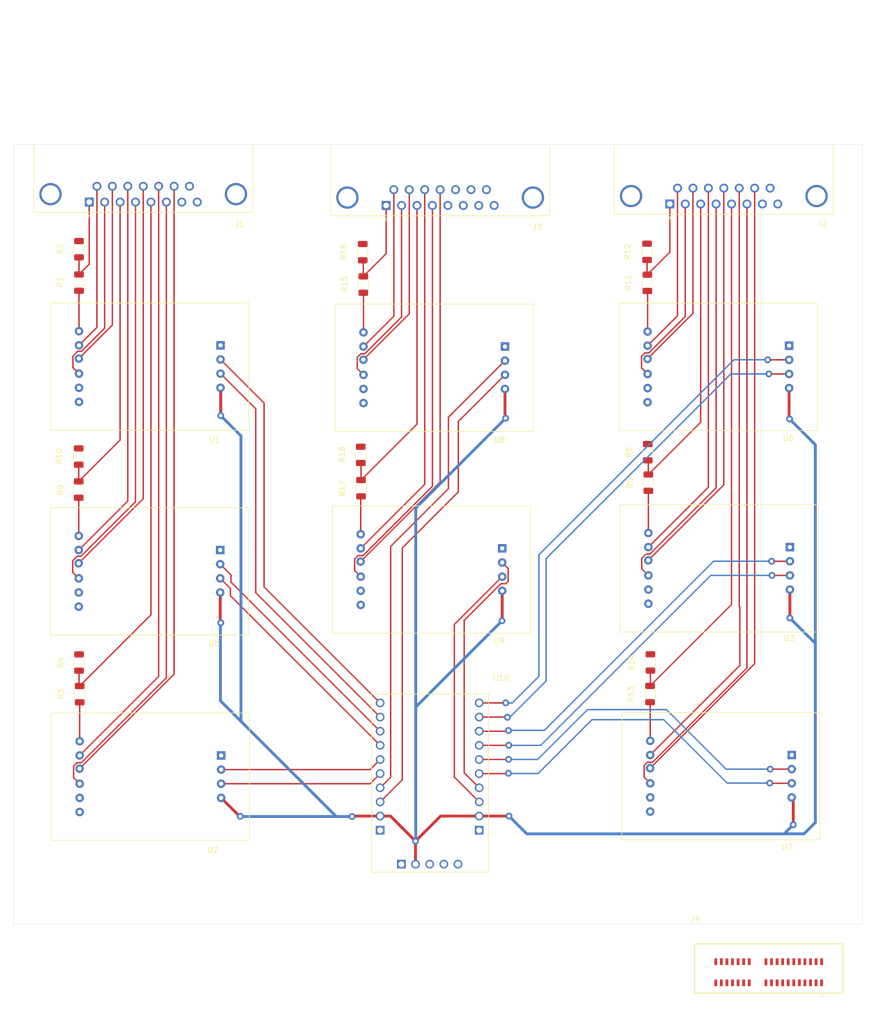
<source format=kicad_pcb>
(kicad_pcb (version 20211014) (generator pcbnew)
  (layers (0 "F.Cu" signal) (31 "B.Cu" signal) (34 "B.Paste" user) (35 "F.Paste" user) (36 "B.SilkS" user "B.Silkscreen") (37 "F.SilkS" user "F.Silkscreen") (38 "B.Mask" user) (39 "F.Mask" user) (44 "Edge.Cuts" user))
  (net 0 "")
  (net 1 "/PT1_E+")
  (net 2 "Net-(R1-Pad2)")
  (net 3 "GND")
  (net 4 "/PT3_E+")
  (net 5 "Net-(R3-Pad2)")
  (net 6 "/PT5_E+")
  (net 7 "Net-(R5-Pad2)")
  (net 8 "/PT2_E+")
  (net 9 "Net-(R9-Pad2)")
  (net 10 "/PT4_E+")
  (net 11 "Net-(R11-Pad2)")
  (net 12 "/PT6_E+")
  (net 13 "Net-(R13-Pad2)")
  (net 14 "/LC1_E+")
  (net 15 "Net-(R15-Pad2)")
  (net 16 "/LC2_E+")
  (net 17 "Net-(R17-Pad2)")
  (net 18 "/PT1_E-")
  (net 19 "/PT1_A-")
  (net 20 "/PT1_A+")
  (net 23 "/PT1_DT")
  (net 24 "/PT1_SCK")
  (net 25 "+3V3")
  (net 26 "/PT3_E-")
  (net 27 "/PT3_A-")
  (net 28 "/PT3_A+")
  (net 31 "/PT3_DT")
  (net 32 "/PT3_SCK")
  (net 33 "/PT5_E-")
  (net 34 "/PT5_A-")
  (net 35 "/PT5_A+")
  (net 38 "/PT5_DT")
  (net 39 "/PT5_SCK")
  (net 40 "/PT2_E-")
  (net 41 "/PT2_A-")
  (net 42 "/PT2_A+")
  (net 45 "/PT2_DT")
  (net 46 "/PT2_SCK")
  (net 47 "/PT4_E-")
  (net 48 "/PT4_A-")
  (net 49 "/PT4_A+")
  (net 52 "/PT4_DT")
  (net 53 "/PT4_SCK")
  (net 54 "/PT6_E-")
  (net 55 "/PT6_A-")
  (net 56 "/PT6_A+")
  (net 59 "/PT6_DT")
  (net 60 "/PT6_SCK")
  (net 61 "/LC1_E-")
  (net 62 "/LC1_A-")
  (net 63 "/LC1_A+")
  (net 66 "/LC1_DT")
  (net 67 "/LC1_SCK")
  (net 68 "/LC2_E-")
  (net 69 "/LC2_A-")
  (net 70 "/LC2_A+")
  (net 73 "/LC2_DT")
  (net 74 "/LC2_SCK")
  (net 84 "/IO_EXP_SDA")
  (net 87 "/IO_EXP_SCL")
  (footprint "Ellie_Project_Footprints:HX711_Breakout_Board" (layer "F.Cu") (at 75.53 41.37)
    (fp_text reference "U8")
    (fp_text value "HX711_Breakout")
  )
  (footprint "Resistor_SMD:R_1206_3216Metric" (layer "F.Cu") (at 62.8 25.1675 -90)
    (fp_text reference "R15")
    (fp_text value "820")
  )
  (footprint "Resistor_SMD:R_1206_3216Metric" (layer "F.Cu") (at 113.96 60.74 -90)
    (fp_text reference "R5")
    (fp_text value "820")
  )
  (footprint "Resistor_SMD:R_1206_3216Metric" (layer "F.Cu") (at 11.77 93.0475 -90)
    (fp_text reference "R4")
    (fp_text value "470")
  )
  (footprint "Resistor_SMD:R_1206_3216Metric" (layer "F.Cu") (at 62.69 19.3475 -90)
    (fp_text reference "R16")
    (fp_text value "470")
  )
  (footprint "PCF8575_Breakout:PCF8575_Breakout" (layer "F.Cu") (at 64.2925 130.6975)
    (fp_text reference "U10")
    (fp_text value "PCF8575_Breakout")
  )
  (footprint "Resistor_SMD:R_1206_3216Metric" (layer "F.Cu") (at 113.87 55.27 -90)
    (fp_text reference "R6")
    (fp_text value "470")
  )
  (footprint "Connector_Dsub:DSUB-15_Female_Horizontal_P2.77x2.84mm_EdgePinOffset7.70mm_Housed_MountingHolesOffset9.12mm" (layer "F.Cu") (at 66.895 10.960331 180)
    (fp_text reference "J3")
    (fp_text value "DSUB3")
  )
  (footprint "Resistor_SMD:R_1206_3216Metric" (layer "F.Cu") (at 62.34 55.7475 -90)
    (fp_text reference "R18")
    (fp_text value "470")
  )
  (footprint "Ellie_Project_Footprints:HX711_Breakout_Board" (layer "F.Cu") (at 24.58 114.81)
    (fp_text reference "U2")
    (fp_text value "HX711_Breakout")
  )
  (footprint "Ellie_Project_Footprints:HX711_Breakout_Board" (layer "F.Cu") (at 24.415 77.925)
    (fp_text reference "U5")
    (fp_text value "HX711_Breakout")
  )
  (footprint "Ellie_Project_Footprints:HX711_Breakout_Board" (layer "F.Cu") (at 24.46 41.16)
    (fp_text reference "U1")
    (fp_text value "HX711_Breakout")
  )
  (footprint "Ellie_Project_Footprints:HX711_Breakout_Board" (layer "F.Cu") (at 126.53 41.22)
    (fp_text reference "U6")
    (fp_text value "HX711_Breakout")
  )
  (footprint "Ellie_Project_Footprints:HX711_Breakout_Board" (layer "F.Cu") (at 127 114.73)
    (fp_text reference "U7")
    (fp_text value "HX711_Breakout")
  )
  (footprint "Resistor_SMD:R_1206_3216Metric" (layer "F.Cu") (at 114.3375 93.03 -90)
    (fp_text reference "R14")
    (fp_text value "470")
  )
  (footprint "Resistor_SMD:R_1206_3216Metric" (layer "F.Cu") (at 11.715 56.0525 -90)
    (fp_text reference "R10")
    (fp_text value "470")
  )
  (footprint "Resistor_SMD:R_1206_3216Metric" (layer "F.Cu") (at 11.88 98.7275 -90)
    (fp_text reference "R3")
    (fp_text value "820")
  )
  (footprint "Resistor_SMD:R_1206_3216Metric" (layer "F.Cu") (at 113.7375 19.28 -90)
    (fp_text reference "R12")
    (fp_text value "470")
  )
  (footprint "Ellie_Project_Footprints:HX711_Breakout_Board" (layer "F.Cu") (at 126.67 77.4)
    (fp_text reference "U3")
    (fp_text value "HX711_Breakout")
  )
  (footprint "Connector_Dsub:DSUB-15_Female_Horizontal_P2.77x2.84mm_EdgePinOffset7.70mm_Housed_MountingHolesOffset9.12mm" (layer "F.Cu") (at 13.595 10.350331 180)
    (fp_text reference "J1")
    (fp_text value "DSUB1")
  )
  (footprint "PCIE-LP-01-01-F-DV-A-TR:SAMTEC_PCIE-LP-01-01-F-DV-A-TR" (layer "F.Cu") (at 135.57 148.67)
    (fp_text reference "J4")
    (fp_text value "PCIE Socket")
  )
  (footprint "Resistor_SMD:R_1206_3216Metric" (layer "F.Cu") (at 113.79 24.85 -90)
    (fp_text reference "R11")
    (fp_text value "820")
  )
  (footprint "Resistor_SMD:R_1206_3216Metric" (layer "F.Cu") (at 11.76 24.8175 -90)
    (fp_text reference "R1")
    (fp_text value "820")
  )
  (footprint "Resistor_SMD:R_1206_3216Metric" (layer "F.Cu") (at 62.39 61.7375 -90)
    (fp_text reference "R17")
    (fp_text value "820")
  )
  (footprint "Resistor_SMD:R_1206_3216Metric" (layer "F.Cu") (at 11.715 61.9825 -90)
    (fp_text reference "R9")
    (fp_text value "820")
  )
  (footprint "Connector_Dsub:DSUB-15_Female_Horizontal_P2.77x2.84mm_EdgePinOffset7.70mm_Housed_MountingHolesOffset9.12mm" (layer "F.Cu") (at 117.815 10.690331 180)
    (fp_text reference "J2")
    (fp_text value "DSUB2")
  )
  (footprint "Ellie_Project_Footprints:HX711_Breakout_Board" (layer "F.Cu") (at 75.03 77.62)
    (fp_text reference "U9")
    (fp_text value "HX711_Breakout")
  )
  (footprint "Resistor_SMD:R_1206_3216Metric" (layer "F.Cu") (at 11.76 18.8175 -90)
    (fp_text reference "R2")
    (fp_text value "470")
  )
  (footprint "Resistor_SMD:R_1206_3216Metric" (layer "F.Cu") (at 114.27 98.71 -90)
    (fp_text reference "R13")
    (fp_text value "820")
  )
  (gr_rect (start 0 0) (end 152.4 140) (layer "Edge.Cuts") (width 0.05) (fill none))
  (segment (start 11.76 23.355) (end 11.76 20.28) (width 0.254) (layer "F.Cu") (net 1))
  (segment (start 13.595 21.52) (end 13.595 10.350331) (width 0.254) (layer "F.Cu") (net 1))
  (segment (start 11.76 23.355) (end 13.595 21.52) (width 0.254) (layer "F.Cu") (net 1))
  (segment (start 11.75 26.29) (end 11.76 26.28) (width 0.254) (layer "F.Cu") (net 2))
  (segment (start 11.76 33.54) (end 11.76 26.28) (width 0.254) (layer "F.Cu") (net 2))
  (segment (start 11.77 94.51) (end 11.77 97.155) (width 0.254) (layer "F.Cu") (net 4))
  (segment (start 24.675 84.47) (end 11.88 97.265) (width 0.254) (layer "F.Cu") (net 4))
  (segment (start 11.88 97.265) (end 11.895 97.265) (width 0.254) (layer "F.Cu") (net 4))
  (segment (start 24.675 10.350331) (end 24.675 84.47) (width 0.254) (layer "F.Cu") (net 4))
  (segment (start 11.77 97.155) (end 11.88 97.265) (width 0.254) (layer "F.Cu") (net 4))
  (segment (start 11.88 107.19) (end 11.88 100.19) (width 0.254) (layer "F.Cu") (net 5))
  (segment (start 11.88 107.19) (end 11.92 107.19) (width 0.254) (layer "F.Cu") (net 5))
  (segment (start 123.355 10.690331) (end 123.355 49.8825) (width 0.254) (layer "F.Cu") (net 6))
  (segment (start 123.355 49.8825) (end 113.96 59.2775) (width 0.254) (layer "F.Cu") (net 6))
  (segment (start 113.96 56.8225) (end 113.87 56.7325) (width 0.254) (layer "F.Cu") (net 6))
  (segment (start 113.96 59.2775) (end 113.96 56.8225) (width 0.254) (layer "F.Cu") (net 6))
  (segment (start 113.97 62.2125) (end 113.96 62.2025) (width 0.254) (layer "F.Cu") (net 7))
  (segment (start 113.97 69.78) (end 113.97 62.2125) (width 0.254) (layer "F.Cu") (net 7))
  (segment (start 11.715 60.52) (end 11.715 57.515) (width 0.254) (layer "F.Cu") (net 8))
  (segment (start 19.135 53.1) (end 11.715 60.52) (width 0.254) (layer "F.Cu") (net 8))
  (segment (start 19.135 10.350331) (end 19.135 53.1) (width 0.254) (layer "F.Cu") (net 8))
  (segment (start 11.715 70.305) (end 11.715 63.445) (width 0.254) (layer "F.Cu") (net 9))
  (segment (start 117.815 19.3625) (end 113.79 23.3875) (width 0.254) (layer "F.Cu") (net 10))
  (segment (start 113.7375 23.335) (end 113.79 23.3875) (width 0.254) (layer "F.Cu") (net 10))
  (segment (start 113.7375 20.7425) (end 113.7375 23.335) (width 0.254) (layer "F.Cu") (net 10))
  (segment (start 117.815 10.690331) (end 117.815 19.3625) (width 0.254) (layer "F.Cu") (net 10))
  (segment (start 113.79 26.3125) (end 113.83 26.3525) (width 0.254) (layer "F.Cu") (net 11))
  (segment (start 113.83 26.3525) (end 113.83 33.6) (width 0.254) (layer "F.Cu") (net 11))
  (segment (start 128.895 10.690331) (end 128.895 82.6225) (width 0.254) (layer "F.Cu") (net 12))
  (segment (start 128.895 82.6225) (end 114.27 97.2475) (width 0.254) (layer "F.Cu") (net 12))
  (segment (start 114.3375 97.18) (end 114.27 97.2475) (width 0.254) (layer "F.Cu") (net 12))
  (segment (start 114.3375 94.4925) (end 114.3375 97.18) (width 0.254) (layer "F.Cu") (net 12))
  (segment (start 114.3 100.2025) (end 114.27 100.1725) (width 0.254) (layer "F.Cu") (net 13))
  (segment (start 114.3 107.11) (end 114.3 100.2025) (width 0.254) (layer "F.Cu") (net 13))
  (segment (start 62.8 23.705) (end 66.895 19.61) (width 0.254) (layer "F.Cu") (net 14))
  (segment (start 62.8 23.705) (end 62.8 20.92) (width 0.254) (layer "F.Cu") (net 14))
  (segment (start 62.8 20.92) (end 62.69 20.81) (width 0.254) (layer "F.Cu") (net 14))
  (segment (start 66.895 19.61) (end 66.895 10.960331) (width 0.254) (layer "F.Cu") (net 14))
  (segment (start 62.83 26.66) (end 62.8 26.63) (width 0.254) (layer "F.Cu") (net 15))
  (segment (start 62.83 33.75) (end 62.83 26.66) (width 0.254) (layer "F.Cu") (net 15))
  (segment (start 62.39 60.275) (end 62.39 57.26) (width 0.254) (layer "F.Cu") (net 16))
  (segment (start 62.39 57.26) (end 62.34 57.21) (width 0.254) (layer "F.Cu") (net 16))
  (segment (start 72.435 10.960331) (end 72.435 50.23) (width 0.254) (layer "F.Cu") (net 16))
  (segment (start 72.435 50.23) (end 62.39 60.275) (width 0.254) (layer "F.Cu") (net 16))
  (segment (start 62.39 63.2) (end 62.33 63.26) (width 0.254) (layer "F.Cu") (net 17))
  (segment (start 62.33 63.26) (end 62.33 70) (width 0.254) (layer "F.Cu") (net 17))
  (segment (start 11.76 36.08) (end 14.98 32.86) (width 0.254) (layer "F.Cu") (net 18))
  (segment (start 14.98 32.86) (end 14.98 7.510331) (width 0.254) (layer "F.Cu") (net 18))
  (segment (start 17.75 32.438041) (end 17.75 7.510331) (width 0.254) (layer "F.Cu") (net 19))
  (segment (start 11.738895 38.449146) (end 17.75 32.438041) (width 0.254) (layer "F.Cu") (net 19))
  (segment (start 10.672584 38.007464) (end 11.521016 37.159032) (width 0.254) (layer "F.Cu") (net 20))
  (segment (start 16.365 32.982993) (end 16.365 10.350331) (width 0.254) (layer "F.Cu") (net 20))
  (segment (start 10.672584 40.072584) (end 10.672584 38.007464) (width 0.254) (layer "F.Cu") (net 20))
  (segment (start 11.530048 37.15) (end 12.197993 37.15) (width 0.254) (layer "F.Cu") (net 20))
  (segment (start 11.76 41.16) (end 10.672584 40.072584) (width 0.254) (layer "F.Cu") (net 20))
  (segment (start 12.197993 37.15) (end 16.365 32.982993) (width 0.254) (layer "F.Cu") (net 20))
  (segment (start 45.55 80.0286) (end 45.5486 80.0286) (width 0.254) (layer "F.Cu") (net 23))
  (segment (start 45.55 80.0286) (end 65.8189 100.2975) (width 0.254) (layer "F.Cu") (net 23))
  (segment (start 44.985 79.465) (end 44.985 46.445) (width 0.254) (layer "F.Cu") (net 23))
  (segment (start 45.5486 80.0286) (end 44.985 79.465) (width 0.254) (layer "F.Cu") (net 23))
  (segment (start 37.16 38.62) (end 44.985 46.445) (width 0.254) (layer "F.Cu") (net 23))
  (segment (start 43.48868 47.48868) (end 43.48868 80.50728) (width 0.254) (layer "F.Cu") (net 24))
  (segment (start 37.16 41.16) (end 43.48868 47.48868) (width 0.254) (layer "F.Cu") (net 24))
  (segment (start 43.48868 80.50728) (end 65.8189 102.8375) (width 0.254) (layer "F.Cu") (net 24))
  (segment (start 37.2 48.7) (end 37.2 43.74) (width 0.508) (layer "F.Cu") (net 25))
  (segment (start 40.71 120.67) (end 40.6 120.67) (width 0.508) (layer "F.Cu") (net 25))
  (segment (start 139.37 85.03) (end 139.37 79.94) (width 0.508) (layer "F.Cu") (net 25))
  (segment (start 72.1689 129.2535) (end 72.1689 125.1211) (width 0.508) (layer "F.Cu") (net 25))
  (segment (start 83.59834 120.6175) (end 88.9475 120.6175) (width 0.508) (layer "F.Cu") (net 25))
  (segment (start 37.2 43.74) (end 37.16 43.7) (width 0.508) (layer "F.Cu") (net 25))
  (segment (start 67.6653 120.6175) (end 72.1689 125.1211) (width 0.508) (layer "F.Cu") (net 25))
  (segment (start 139.31 49.3) (end 139.23 49.22) (width 0.508) (layer "F.Cu") (net 25))
  (segment (start 37.21 85.9) (end 37.115 85.805) (width 0.508) (layer "F.Cu") (net 25))
  (segment (start 139.36 85.04) (end 139.37 85.03) (width 0.508) (layer "F.Cu") (net 25))
  (segment (start 60.7625 120.6925) (end 60.77 120.7) (width 0.508) (layer "F.Cu") (net 25))
  (segment (start 88.35 49.17) (end 88.23 49.05) (width 0.508) (layer "F.Cu") (net 25))
  (segment (start 139.23 49.22) (end 139.23 43.76) (width 0.508) (layer "F.Cu") (net 25))
  (segment (start 65.8189 120.6175) (end 60.7625 120.6175) (width 0.508) (layer "F.Cu") (net 25))
  (segment (start 72.1689 125.1211) (end 76.6725 120.6175) (width 0.508) (layer "F.Cu") (net 25))
  (segment (start 60.7625 120.6175) (end 60.7625 120.6925) (width 0.508) (layer "F.Cu") (net 25))
  (segment (start 76.6725 120.6175) (end 83.59834 120.6175) (width 0.508) (layer "F.Cu") (net 25))
  (segment (start 87.73 85.52) (end 87.73 80.16) (width 0.508) (layer "F.Cu") (net 25))
  (segment (start 40.6 120.67) (end 37.28 117.35) (width 0.508) (layer "F.Cu") (net 25))
  (segment (start 87.7 85.55) (end 87.73 85.52) (width 0.508) (layer "F.Cu") (net 25))
  (segment (start 139.97 122.18) (end 139.97 117.54) (width 0.508) (layer "F.Cu") (net 25))
  (segment (start 65.8189 120.6175) (end 67.6653 120.6175) (width 0.508) (layer "F.Cu") (net 25))
  (segment (start 37.115 85.805) (end 37.115 80.465) (width 0.508) (layer "F.Cu") (net 25))
  (segment (start 88.23 49.05) (end 88.23 43.91) (width 0.508) (layer "F.Cu") (net 25))
  (segment (start 139.97 117.54) (end 139.7 117.27) (width 0.508) (layer "F.Cu") (net 25))
  (via (at 37.2 48.7) (size 1.2192) (drill 0.6096) (layers "F.Cu" "B.Cu") (net 25))
  (via (at 139.97 122.18) (size 1.2192) (drill 0.6096) (layers "F.Cu" "B.Cu") (net 25))
  (via (at 139.31 49.3) (size 1.2192) (drill 0.6096) (layers "F.Cu" "B.Cu") (net 25))
  (via (at 139.36 85.04) (size 1.2192) (drill 0.6096) (layers "F.Cu" "B.Cu") (net 25))
  (via (at 37.21 85.9) (size 1.2192) (drill 0.6096) (layers "F.Cu" "B.Cu") (net 25))
  (via (at 88.9475 120.6175) (size 1.2192) (drill 0.6096) (layers "F.Cu" "B.Cu") (net 25))
  (via (at 87.7 85.55) (size 1.2192) (drill 0.6096) (layers "F.Cu" "B.Cu") (net 25))
  (via (at 40.71 120.67) (size 1.2192) (drill 0.6096) (layers "F.Cu" "B.Cu") (net 25))
  (via (at 88.35 49.17) (size 1.2192) (drill 0.6096) (layers "F.Cu" "B.Cu") (net 25))
  (via (at 60.77 120.7) (size 1.2192) (drill 0.6096) (layers "F.Cu" "B.Cu") (net 25))
  (via (at 72.1689 125.1211) (size 1.2192) (drill 0.6096) (layers "F.Cu" "B.Cu") (net 25))
  (segment (start 138.34 123.81) (end 138.35 123.8) (width 0.508) (layer "B.Cu") (net 25))
  (segment (start 43.06 120.7) (end 52.99 120.7) (width 0.508) (layer "B.Cu") (net 25))
  (segment (start 141.91 123.8) (end 143.94 121.77) (width 0.508) (layer "B.Cu") (net 25))
  (segment (start 40.63 120.7) (end 40.66 120.67) (width 0.508) (layer "B.Cu") (net 25))
  (segment (start 40.835 52.675) (end 40.835 52.335) (width 0.508) (layer "B.Cu") (net 25))
  (segment (start 40.66 120.67) (end 40.71 120.67) (width 0.508) (layer "B.Cu") (net 25))
  (segment (start 72.36 100.89) (end 87.7 85.55) (width 0.508) (layer "B.Cu") (net 25))
  (segment (start 40.835 103.605) (end 40.835 54.605) (width 0.508) (layer "B.Cu") (net 25))
  (segment (start 40.63 120.7) (end 43.06 120.7) (width 0.508) (layer "B.Cu") (net 25))
  (segment (start 52.99 120.7) (end 57.93 120.7) (width 0.508) (layer "B.Cu") (net 25))
  (segment (start 92.14 123.81) (end 137.61 123.81) (width 0.508) (layer "B.Cu") (net 25))
  (segment (start 72.21 125.08) (end 72.21 100.89) (width 0.508) (layer "B.Cu") (net 25))
  (segment (start 40.835 54.605) (end 40.835 53.315) (width 0.508) (layer "B.Cu") (net 25))
  (segment (start 143.94 121.77) (end 143.94 89.62) (width 0.508) (layer "B.Cu") (net 25))
  (segment (start 40.835 52.335) (end 37.2 48.7) (width 0.508) (layer "B.Cu") (net 25))
  (segment (start 40.835 53.315) (end 40.835 52.675) (width 0.508) (layer "B.Cu") (net 25))
  (segment (start 72.1689 125.1211) (end 72.21 125.08) (width 0.508) (layer "B.Cu") (net 25))
  (segment (start 72.21 100.89) (end 72.36 100.89) (width 0.508) (layer "B.Cu") (net 25))
  (segment (start 138.35 123.8) (end 141.91 123.8) (width 0.508) (layer "B.Cu") (net 25))
  (segment (start 137.61 123.81) (end 138.34 123.81) (width 0.508) (layer "B.Cu") (net 25))
  (segment (start 143.94 53.93) (end 139.31 49.3) (width 0.508) (layer "B.Cu") (net 25))
  (segment (start 37.15 99.92) (end 37.15 85.96) (width 0.508) (layer "B.Cu") (net 25))
  (segment (start 72.21 100.89) (end 72.21 88.29) (width 0.508) (layer "B.Cu") (net 25))
  (segment (start 138.34 123.81) (end 139.97 122.18) (width 0.508) (layer "B.Cu") (net 25))
  (segment (start 72.21 88.29) (end 72.21 65.31) (width 0.508) (layer "B.Cu") (net 25))
  (segment (start 88.9475 120.6175) (end 92.14 123.81) (width 0.508) (layer "B.Cu") (net 25))
  (segment (start 57.93 120.7) (end 60.77 120.7) (width 0.508) (layer "B.Cu") (net 25))
  (segment (start 37.15 85.96) (end 37.21 85.9) (width 0.508) (layer "B.Cu") (net 25))
  (segment (start 143.94 89.62) (end 139.36 85.04) (width 0.508) (layer "B.Cu") (net 25))
  (segment (start 143.94 55.03) (end 143.94 53.93) (width 0.508) (layer "B.Cu") (net 25))
  (segment (start 57.93 120.7) (end 40.835 103.605) (width 0.508) (layer "B.Cu") (net 25))
  (segment (start 72.21 65.31) (end 88.35 49.17) (width 0.508) (layer "B.Cu") (net 25))
  (segment (start 143.94 89.62) (end 143.94 55.03) (width 0.508) (layer "B.Cu") (net 25))
  (segment (start 40.835 103.605) (end 37.15 99.92) (width 0.508) (layer "B.Cu") (net 25))
  (segment (start 26.06 95.55) (end 11.88 109.73) (width 0.254) (layer "F.Cu") (net 26))
  (segment (start 26.06 7.510331) (end 26.06 95.55) (width 0.254) (layer "F.Cu") (net 26))
  (segment (start 28.83 7.510331) (end 28.83 95.128041) (width 0.254) (layer "F.Cu") (net 27))
  (segment (start 28.83 95.128041) (end 11.858895 112.099146) (width 0.254) (layer "F.Cu") (net 27))
  (segment (start 11.858895 112.099146) (end 12.070854 112.099146) (width 0.254) (layer "F.Cu") (net 27))
  (segment (start 27.445 95.765) (end 12.177165 111.032835) (width 0.254) (layer "F.Cu") (net 28))
  (segment (start 10.792584 113.722584) (end 11.88 114.81) (width 0.254) (layer "F.Cu") (net 28))
  (segment (start 10.792584 111.657464) (end 10.792584 113.722584) (width 0.254) (layer "F.Cu") (net 28))
  (segment (start 11.417213 111.032835) (end 10.792584 111.657464) (width 0.254) (layer "F.Cu") (net 28))
  (segment (start 12.177165 111.032835) (end 11.417213 111.032835) (width 0.254) (layer "F.Cu") (net 28))
  (segment (start 27.445 10.350331) (end 27.445 95.765) (width 0.254) (layer "F.Cu") (net 28))
  (segment (start 37.28 112.27) (end 64.0064 112.27) (width 0.254) (layer "F.Cu") (net 31))
  (segment (start 64.0064 112.27) (end 65.8189 110.4575) (width 0.254) (layer "F.Cu") (net 31))
  (segment (start 37.28 114.81) (end 64.0064 114.81) (width 0.254) (layer "F.Cu") (net 32))
  (segment (start 64.0064 114.81) (end 65.8189 112.9975) (width 0.254) (layer "F.Cu") (net 32))
  (segment (start 124.74 61.55) (end 113.97 72.32) (width 0.254) (layer "F.Cu") (net 33))
  (segment (start 124.74 7.850331) (end 124.74 61.55) (width 0.254) (layer "F.Cu") (net 33))
  (segment (start 127.51 61.128041) (end 127.51 7.850331) (width 0.254) (layer "F.Cu") (net 34))
  (segment (start 113.948895 74.689146) (end 127.51 61.128041) (width 0.254) (layer "F.Cu") (net 34))
  (segment (start 126.125 61.672993) (end 114.217993 73.58) (width 0.254) (layer "F.Cu") (net 35))
  (segment (start 126.125 10.690331) (end 126.125 61.672993) (width 0.254) (layer "F.Cu") (net 35))
  (segment (start 114.217993 73.58) (end 113.550048 73.58) (width 0.254) (layer "F.Cu") (net 35))
  (segment (start 112.77 74.360048) (end 112.77 76.2) (width 0.254) (layer "F.Cu") (net 35))
  (segment (start 112.77 76.2) (end 113.97 77.4) (width 0.254) (layer "F.Cu") (net 35))
  (segment (start 113.550048 73.58) (end 112.77 74.360048) (width 0.254) (layer "F.Cu") (net 35))
  (segment (start 136.1 74.86) (end 136.09 74.85) (width 0.254) (layer "F.Cu") (net 38))
  (segment (start 88.7225 105.3775) (end 83.59834 105.3775) (width 0.254) (layer "F.Cu") (net 38))
  (segment (start 139.37 74.86) (end 136.1 74.86) (width 0.254) (layer "F.Cu") (net 38))
  (segment (start 88.85 105.25) (end 88.7225 105.3775) (width 0.254) (layer "F.Cu") (net 38))
  (via (at 136.09 74.85) (size 1.2192) (drill 0.6096) (layers "F.Cu" "B.Cu") (net 38))
  (via (at 88.85 105.25) (size 1.2192) (drill 0.6096) (layers "F.Cu" "B.Cu") (net 38))
  (segment (start 95.3 105.22) (end 88.88 105.22) (width 0.254) (layer "B.Cu") (net 38))
  (segment (start 88.88 105.22) (end 88.85 105.25) (width 0.254) (layer "B.Cu") (net 38))
  (segment (start 136.09 74.85) (end 125.67 74.85) (width 0.254) (layer "B.Cu") (net 38))
  (segment (start 125.67 74.85) (end 95.3 105.22) (width 0.254) (layer "B.Cu") (net 38))
  (segment (start 88.8825 107.9175) (end 83.59834 107.9175) (width 0.254) (layer "F.Cu") (net 39))
  (segment (start 88.9 107.9) (end 88.8825 107.9175) (width 0.254) (layer "F.Cu") (net 39))
  (segment (start 139.37 77.4) (end 136.16 77.4) (width 0.254) (layer "F.Cu") (net 39))
  (via (at 136.16 77.4) (size 1.2192) (drill 0.6096) (layers "F.Cu" "B.Cu") (net 39))
  (via (at 88.9 107.9) (size 1.2192) (drill 0.6096) (layers "F.Cu" "B.Cu") (net 39))
  (segment (start 125.16 77.4) (end 94.64 107.92) (width 0.254) (layer "B.Cu") (net 39))
  (segment (start 94.64 107.92) (end 88.92 107.92) (width 0.254) (layer "B.Cu") (net 39))
  (segment (start 88.92 107.92) (end 88.9 107.9) (width 0.254) (layer "B.Cu") (net 39))
  (segment (start 136.16 77.4) (end 125.16 77.4) (width 0.254) (layer "B.Cu") (net 39))
  (segment (start 20.52 64.04) (end 11.715 72.845) (width 0.254) (layer "F.Cu") (net 40))
  (segment (start 20.52 7.510331) (end 20.52 64.04) (width 0.254) (layer "F.Cu") (net 40))
  (segment (start 23.29 7.510331) (end 23.29 63.618041) (width 0.254) (layer "F.Cu") (net 41))
  (segment (start 23.29 63.618041) (end 11.693895 75.214146) (width 0.254) (layer "F.Cu") (net 41))
  (segment (start 21.905 64.162993) (end 12.132993 73.935) (width 0.254) (layer "F.Cu") (net 42))
  (segment (start 10.627584 74.772464) (end 10.627584 76.837584) (width 0.254) (layer "F.Cu") (net 42))
  (segment (start 11.465048 73.935) (end 10.627584 74.772464) (width 0.254) (layer "F.Cu") (net 42))
  (segment (start 10.627584 76.837584) (end 11.715 77.925) (width 0.254) (layer "F.Cu") (net 42))
  (segment (start 12.132993 73.935) (end 11.465048 73.935) (width 0.254) (layer "F.Cu") (net 42))
  (segment (start 21.905 10.350331) (end 21.905 64.162993) (width 0.254) (layer "F.Cu") (net 42))
  (segment (start 37.115 75.385) (end 39.04 77.31) (width 0.254) (layer "F.Cu") (net 45))
  (segment (start 39.04 77.31) (end 39.04 78.5986) (width 0.254) (layer "F.Cu") (net 45))
  (segment (start 39.04 78.5986) (end 65.8189 105.3775) (width 0.254) (layer "F.Cu") (net 45))
  (segment (start 37.115 77.925) (end 37.115 78.207048) (width 0.254) (layer "F.Cu") (net 46))
  (segment (start 65.8189 107.9175) (end 38.95 81.0486) (width 0.254) (layer "F.Cu") (net 46))
  (segment (start 38.94 79.75) (end 38.94 80.81) (width 0.254) (layer "F.Cu") (net 46))
  (segment (start 37.115 77.925) (end 38.94 79.75) (width 0.254) (layer "F.Cu") (net 46))
  (segment (start 38.95 80.82) (end 38.94 80.81) (width 0.254) (layer "F.Cu") (net 46))
  (segment (start 38.95 81.0486) (end 38.95 80.82) (width 0.254) (layer "F.Cu") (net 46))
  (segment (start 119.2 7.850331) (end 119.2 30.77) (width 0.254) (layer "F.Cu") (net 47))
  (segment (start 119.2 30.77) (end 113.83 36.14) (width 0.254) (layer "F.Cu") (net 47))
  (segment (start 121.97 30.348041) (end 113.808895 38.509146) (width 0.254) (layer "F.Cu") (net 48))
  (segment (start 121.97 7.850331) (end 121.97 30.348041) (width 0.254) (layer "F.Cu") (net 48))
  (segment (start 112.742584 40.132584) (end 113.83 41.22) (width 0.254) (layer "F.Cu") (net 49))
  (segment (start 114.035158 37.442835) (end 113.347165 37.442835) (width 0.254) (layer "F.Cu") (net 49))
  (segment (start 120.585 30.892993) (end 114.035158 37.442835) (width 0.254) (layer "F.Cu") (net 49))
  (segment (start 120.585 10.690331) (end 120.585 30.892993) (width 0.254) (layer "F.Cu") (net 49))
  (segment (start 113.347165 37.442835) (end 112.742584 38.047416) (width 0.254) (layer "F.Cu") (net 49))
  (segment (start 112.742584 38.047416) (end 112.742584 40.132584) (width 0.254) (layer "F.Cu") (net 49))
  (segment (start 139.23 38.68) (end 135.4 38.68) (width 0.254) (layer "F.Cu") (net 52))
  (segment (start 83.59834 100.2975) (end 88.3625 100.2975) (width 0.254) (layer "F.Cu") (net 52))
  (segment (start 135.4 38.68) (end 135.39 38.67) (width 0.254) (layer "F.Cu") (net 52))
  (via (at 88.3625 100.2975) (size 1.2192) (drill 0.6096) (layers "F.Cu" "B.Cu") (net 52))
  (via (at 135.39 38.67) (size 1.2192) (drill 0.6096) (layers "F.Cu" "B.Cu") (net 52))
  (segment (start 94.32 95.52) (end 94.32 73.68) (width 0.254) (layer "B.Cu") (net 52))
  (segment (start 88.3625 100.2975) (end 89.5425 100.2975) (width 0.254) (layer "B.Cu") (net 52))
  (segment (start 89.5425 100.2975) (end 94.32 95.52) (width 0.254) (layer "B.Cu") (net 52))
  (segment (start 129.33 38.67) (end 94.32 73.68) (width 0.254) (layer "B.Cu") (net 52))
  (segment (start 135.39 38.67) (end 129.33 38.67) (width 0.254) (layer "B.Cu") (net 52))
  (segment (start 83.59834 102.8375) (end 88.6375 102.8375) (width 0.254) (layer "F.Cu") (net 53))
  (segment (start 88.6375 102.8375) (end 88.67 102.87) (width 0.254) (layer "F.Cu") (net 53))
  (segment (start 135.61 41.22) (end 139.23 41.22) (width 0.254) (layer "F.Cu") (net 53))
  (via (at 135.61 41.22) (size 1.2192) (drill 0.6096) (layers "F.Cu" "B.Cu") (net 53))
  (via (at 88.67 102.87) (size 1.2192) (drill 0.6096) (layers "F.Cu" "B.Cu") (net 53))
  (segment (start 128.76 41.22) (end 135.61 41.22) (width 0.254) (layer "B.Cu") (net 53))
  (segment (start 95.615 96.355) (end 95.615 74.365) (width 0.254) (layer "B.Cu") (net 53))
  (segment (start 89.1 102.87) (end 95.615 96.355) (width 0.254) (layer "B.Cu") (net 53))
  (segment (start 88.68 102.88) (end 88.67 102.87) (width 0.508) (layer "B.Cu") (net 53))
  (segment (start 88.67 102.87) (end 89.1 102.87) (width 0.254) (layer "B.Cu") (net 53))
  (segment (start 95.615 74.365) (end 128.76 41.22) (width 0.254) (layer "B.Cu") (net 53))
  (segment (start 130.39 83.068926) (end 130.39 93.56) (width 0.254) (layer "F.Cu") (net 54))
  (segment (start 130.39 93.56) (end 114.3 109.65) (width 0.254) (layer "F.Cu") (net 54))
  (segment (start 130.28 82.958926) (end 130.39 83.068926) (width 0.254) (layer "F.Cu") (net 54))
  (segment (start 130.28 7.850331) (end 130.28 82.958926) (width 0.254) (layer "F.Cu") (net 54))
  (segment (start 133.05 7.850331) (end 133.05 93.248041) (width 0.254) (layer "F.Cu") (net 55))
  (segment (start 133.05 93.248041) (end 114.278895 112.019146) (width 0.254) (layer "F.Cu") (net 55))
  (segment (start 113.797165 110.952835) (end 113.212584 111.537416) (width 0.254) (layer "F.Cu") (net 56))
  (segment (start 114.720577 110.952835) (end 113.797165 110.952835) (width 0.254) (layer "F.Cu") (net 56))
  (segment (start 131.665 94.008412) (end 114.720577 110.952835) (width 0.254) (layer "F.Cu") (net 56))
  (segment (start 131.665 10.690331) (end 131.665 94.008412) (width 0.254) (layer "F.Cu") (net 56))
  (segment (start 113.212584 113.642584) (end 114.3 114.73) (width 0.254) (layer "F.Cu") (net 56))
  (segment (start 113.212584 111.537416) (end 113.212584 113.642584) (width 0.254) (layer "F.Cu") (net 56))
  (segment (start 88.8425 110.4575) (end 83.59834 110.4575) (width 0.254) (layer "F.Cu") (net 59))
  (segment (start 88.87 110.43) (end 88.8425 110.4575) (width 0.254) (layer "F.Cu") (net 59))
  (segment (start 139.7 112.19) (end 135.83 112.19) (width 0.254) (layer "F.Cu") (net 59))
  (via (at 135.83 112.19) (size 1.2192) (drill 0.6096) (layers "F.Cu" "B.Cu") (net 59))
  (via (at 88.87 110.43) (size 1.2192) (drill 0.6096) (layers "F.Cu" "B.Cu") (net 59))
  (segment (start 88.89 110.45) (end 88.87 110.43) (width 0.254) (layer "B.Cu") (net 59))
  (segment (start 89 110.45) (end 88.89 110.45) (width 0.254) (layer "B.Cu") (net 59))
  (segment (start 103.04 101.5) (end 94.09 110.45) (width 0.254) (layer "B.Cu") (net 59))
  (segment (start 94.09 110.45) (end 89 110.45) (width 0.254) (layer "B.Cu") (net 59))
  (segment (start 127.9 112.19) (end 117.21 101.5) (width 0.254) (layer "B.Cu") (net 59))
  (segment (start 135.83 112.19) (end 127.9 112.19) (width 0.254) (layer "B.Cu") (net 59))
  (segment (start 117.21 101.5) (end 103.04 101.5) (width 0.254) (layer "B.Cu") (net 59))
  (segment (start 88.7825 112.9975) (end 83.59834 112.9975) (width 0.254) (layer "F.Cu") (net 60))
  (segment (start 135.8 114.73) (end 135.76 114.69) (width 0.254) (layer "F.Cu") (net 60))
  (segment (start 139.7 114.73) (end 135.8 114.73) (width 0.254) (layer "F.Cu") (net 60))
  (segment (start 88.85 112.93) (end 88.7825 112.9975) (width 0.254) (layer "F.Cu") (net 60))
  (via (at 135.76 114.69) (size 1.2192) (drill 0.6096) (layers "F.Cu" "B.Cu") (net 60))
  (via (at 88.85 112.93) (size 1.2192) (drill 0.6096) (layers "F.Cu" "B.Cu") (net 60))
  (segment (start 94.17 112.98) (end 88.9 112.98) (width 0.254) (layer "B.Cu") (net 60))
  (segment (start 135.76 114.69) (end 128.11 114.69) (width 0.254) (layer "B.Cu") (net 60))
  (segment (start 128.11 114.69) (end 116.73 103.31) (width 0.254) (layer "B.Cu") (net 60))
  (segment (start 103.84 103.31) (end 94.17 112.98) (width 0.254) (layer "B.Cu") (net 60))
  (segment (start 116.73 103.31) (end 103.84 103.31) (width 0.254) (layer "B.Cu") (net 60))
  (segment (start 88.9 112.98) (end 88.85 112.93) (width 0.254) (layer "B.Cu") (net 60))
  (segment (start 68.28 8.120331) (end 68.28 30.84) (width 0.254) (layer "F.Cu") (net 61))
  (segment (start 68.28 30.84) (end 62.83 36.29) (width 0.254) (layer "F.Cu") (net 61))
  (segment (start 71.05 30.418041) (end 62.808895 38.659146) (width 0.254) (layer "F.Cu") (net 62))
  (segment (start 71.05 8.120331) (end 71.05 30.418041) (width 0.254) (layer "F.Cu") (net 62))
  (segment (start 69.665 10.960331) (end 69.665 30.985) (width 0.254) (layer "F.Cu") (net 63))
  (segment (start 61.71 38.250048) (end 61.71 40.25) (width 0.254) (layer "F.Cu") (net 63))
  (segment (start 63.057165 37.592835) (end 62.367213 37.592835) (width 0.254) (layer "F.Cu") (net 63))
  (segment (start 62.367213 37.592835) (end 61.71 38.250048) (width 0.254) (layer "F.Cu") (net 63))
  (segment (start 69.665 30.985) (end 63.057165 37.592835) (width 0.254) (layer "F.Cu") (net 63))
  (segment (start 61.71 40.25) (end 62.83 41.37) (width 0.254) (layer "F.Cu") (net 63))
  (segment (start 67.71 113.6464) (end 65.8189 115.5375) (width 0.254) (layer "F.Cu") (net 66))
  (segment (start 78.08 61.82) (end 67.71 72.19) (width 0.254) (layer "F.Cu") (net 66))
  (segment (start 67.71 72.19) (end 67.71 113.6464) (width 0.254) (layer "F.Cu") (net 66))
  (segment (start 78.08 61.82) (end 78.08 48.98) (width 0.254) (layer "F.Cu") (net 66))
  (segment (start 78.845 48.215) (end 88.23 38.83) (width 0.254) (layer "F.Cu") (net 66))
  (segment (start 78.3 48.76) (end 78.845 48.215) (width 0.254) (layer "F.Cu") (net 66))
  (segment (start 78.08 48.98) (end 78.845 48.215) (width 0.254) (layer "F.Cu") (net 66))
  (segment (start 79.85 49.75) (end 79.85 62.41) (width 0.254) (layer "F.Cu") (net 67))
  (segment (start 79.85 62.41) (end 69.79 72.47) (width 0.254) (layer "F.Cu") (net 67))
  (segment (start 69.79 114.1064) (end 65.8189 118.0775) (width 0.254) (layer "F.Cu") (net 67))
  (segment (start 69.79 72.47) (end 69.79 114.1064) (width 0.254) (layer "F.Cu") (net 67))
  (segment (start 88.23 41.37) (end 85.36 44.24) (width 0.254) (layer "F.Cu") (net 67))
  (segment (start 85.36 44.24) (end 79.85 49.75) (width 0.254) (layer "F.Cu") (net 67))
  (segment (start 85.36 44.24) (end 85.09 44.51) (width 0.254) (layer "F.Cu") (net 67))
  (segment (start 73.82 61.05) (end 62.33 72.54) (width 0.254) (layer "F.Cu") (net 68))
  (segment (start 73.82 8.120331) (end 73.82 61.05) (width 0.254) (layer "F.Cu") (net 68))
  (segment (start 76.59 8.120331) (end 76.59 60.628041) (width 0.254) (layer "F.Cu") (net 69))
  (segment (start 76.59 60.628041) (end 62.308895 74.909146) (width 0.254) (layer "F.Cu") (net 69))
  (segment (start 61.867213 73.842835) (end 61.242584 74.467464) (width 0.254) (layer "F.Cu") (net 70))
  (segment (start 61.242584 76.532584) (end 62.33 77.62) (width 0.254) (layer "F.Cu") (net 70))
  (segment (start 62.750577 73.842835) (end 61.867213 73.842835) (width 0.254) (layer "F.Cu") (net 70))
  (segment (start 75.205 10.960331) (end 75.205 61.388412) (width 0.254) (layer "F.Cu") (net 70))
  (segment (start 61.242584 74.467464) (end 61.242584 76.532584) (width 0.254) (layer "F.Cu") (net 70))
  (segment (start 75.205 61.388412) (end 62.750577 73.842835) (width 0.254) (layer "F.Cu") (net 70))
  (segment (start 87.73 75.08) (end 88.796311 76.146311) (width 0.254) (layer "F.Cu") (net 73))
  (segment (start 80.906004 85.476004) (end 80.906004 112.845164) (width 0.254) (layer "F.Cu") (net 73))
  (segment (start 88.375371 78.89) (end 87.492007 78.89) (width 0.254) (layer "F.Cu") (net 73))
  (segment (start 88.796311 76.146311) (end 88.796311 78.46906) (width 0.254) (layer "F.Cu") (net 73))
  (segment (start 88.796311 78.46906) (end 88.375371 78.89) (width 0.254) (layer "F.Cu") (net 73))
  (segment (start 87.492007 78.89) (end 80.906004 85.476004) (width 0.254) (layer "F.Cu") (net 73))
  (segment (start 80.906004 112.845164) (end 83.59834 115.5375) (width 0.254) (layer "F.Cu") (net 73))
  (segment (start 80.906004 85.476004) (end 80.86 85.522007) (width 0.254) (layer "F.Cu") (net 73))
  (segment (start 79.14 86.21) (end 79.14 113.61916) (width 0.254) (layer "F.Cu") (net 74))
  (segment (start 79.14 113.61916) (end 83.59834 118.0775) (width 0.254) (layer "F.Cu") (net 74))
  (segment (start 87.73 77.62) (end 79.14 86.21) (width 0.254) (layer "F.Cu") (net 74))
)
</source>
